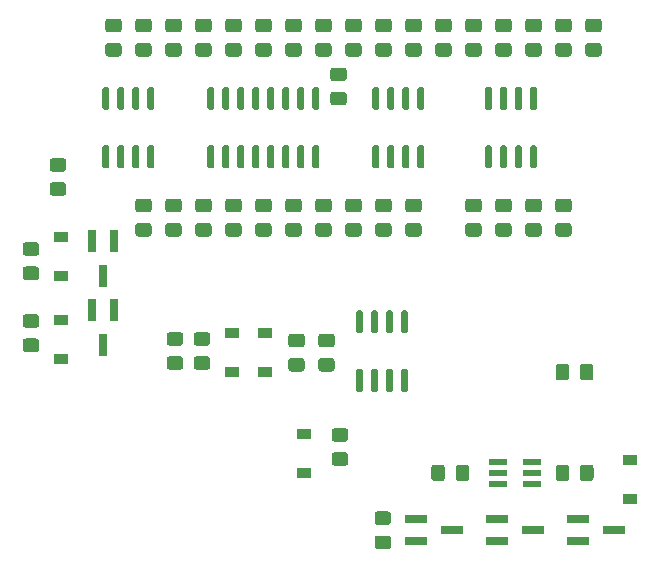
<source format=gbr>
G04 #@! TF.GenerationSoftware,KiCad,Pcbnew,5.1.6-c6e7f7d~87~ubuntu18.04.1*
G04 #@! TF.CreationDate,2020-08-19T11:53:39-04:00*
G04 #@! TF.ProjectId,four_pole_lpf,666f7572-5f70-46f6-9c65-5f6c70662e6b,rev?*
G04 #@! TF.SameCoordinates,Original*
G04 #@! TF.FileFunction,Paste,Top*
G04 #@! TF.FilePolarity,Positive*
%FSLAX46Y46*%
G04 Gerber Fmt 4.6, Leading zero omitted, Abs format (unit mm)*
G04 Created by KiCad (PCBNEW 5.1.6-c6e7f7d~87~ubuntu18.04.1) date 2020-08-19 11:53:39*
%MOMM*%
%LPD*%
G01*
G04 APERTURE LIST*
%ADD10R,1.200000X0.900000*%
%ADD11R,1.900000X0.800000*%
%ADD12R,1.500000X0.550000*%
%ADD13R,0.800000X1.900000*%
G04 APERTURE END LIST*
G36*
G01*
X138792800Y-99117999D02*
X138792800Y-100018001D01*
G75*
G02*
X138542801Y-100268000I-249999J0D01*
G01*
X137892799Y-100268000D01*
G75*
G02*
X137642800Y-100018001I0J249999D01*
G01*
X137642800Y-99117999D01*
G75*
G02*
X137892799Y-98868000I249999J0D01*
G01*
X138542801Y-98868000D01*
G75*
G02*
X138792800Y-99117999I0J-249999D01*
G01*
G37*
G36*
G01*
X140842800Y-99117999D02*
X140842800Y-100018001D01*
G75*
G02*
X140592801Y-100268000I-249999J0D01*
G01*
X139942799Y-100268000D01*
G75*
G02*
X139692800Y-100018001I0J249999D01*
G01*
X139692800Y-99117999D01*
G75*
G02*
X139942799Y-98868000I249999J0D01*
G01*
X140592801Y-98868000D01*
G75*
G02*
X140842800Y-99117999I0J-249999D01*
G01*
G37*
D10*
X113030000Y-96268000D03*
X113030000Y-99568000D03*
X110236000Y-99567000D03*
X110236000Y-96267000D03*
G36*
G01*
X135613000Y-80367000D02*
X135913000Y-80367000D01*
G75*
G02*
X136063000Y-80517000I0J-150000D01*
G01*
X136063000Y-82167000D01*
G75*
G02*
X135913000Y-82317000I-150000J0D01*
G01*
X135613000Y-82317000D01*
G75*
G02*
X135463000Y-82167000I0J150000D01*
G01*
X135463000Y-80517000D01*
G75*
G02*
X135613000Y-80367000I150000J0D01*
G01*
G37*
G36*
G01*
X134343000Y-80367000D02*
X134643000Y-80367000D01*
G75*
G02*
X134793000Y-80517000I0J-150000D01*
G01*
X134793000Y-82167000D01*
G75*
G02*
X134643000Y-82317000I-150000J0D01*
G01*
X134343000Y-82317000D01*
G75*
G02*
X134193000Y-82167000I0J150000D01*
G01*
X134193000Y-80517000D01*
G75*
G02*
X134343000Y-80367000I150000J0D01*
G01*
G37*
G36*
G01*
X133073000Y-80367000D02*
X133373000Y-80367000D01*
G75*
G02*
X133523000Y-80517000I0J-150000D01*
G01*
X133523000Y-82167000D01*
G75*
G02*
X133373000Y-82317000I-150000J0D01*
G01*
X133073000Y-82317000D01*
G75*
G02*
X132923000Y-82167000I0J150000D01*
G01*
X132923000Y-80517000D01*
G75*
G02*
X133073000Y-80367000I150000J0D01*
G01*
G37*
G36*
G01*
X131803000Y-80367000D02*
X132103000Y-80367000D01*
G75*
G02*
X132253000Y-80517000I0J-150000D01*
G01*
X132253000Y-82167000D01*
G75*
G02*
X132103000Y-82317000I-150000J0D01*
G01*
X131803000Y-82317000D01*
G75*
G02*
X131653000Y-82167000I0J150000D01*
G01*
X131653000Y-80517000D01*
G75*
G02*
X131803000Y-80367000I150000J0D01*
G01*
G37*
G36*
G01*
X131803000Y-75417000D02*
X132103000Y-75417000D01*
G75*
G02*
X132253000Y-75567000I0J-150000D01*
G01*
X132253000Y-77217000D01*
G75*
G02*
X132103000Y-77367000I-150000J0D01*
G01*
X131803000Y-77367000D01*
G75*
G02*
X131653000Y-77217000I0J150000D01*
G01*
X131653000Y-75567000D01*
G75*
G02*
X131803000Y-75417000I150000J0D01*
G01*
G37*
G36*
G01*
X133073000Y-75417000D02*
X133373000Y-75417000D01*
G75*
G02*
X133523000Y-75567000I0J-150000D01*
G01*
X133523000Y-77217000D01*
G75*
G02*
X133373000Y-77367000I-150000J0D01*
G01*
X133073000Y-77367000D01*
G75*
G02*
X132923000Y-77217000I0J150000D01*
G01*
X132923000Y-75567000D01*
G75*
G02*
X133073000Y-75417000I150000J0D01*
G01*
G37*
G36*
G01*
X134343000Y-75417000D02*
X134643000Y-75417000D01*
G75*
G02*
X134793000Y-75567000I0J-150000D01*
G01*
X134793000Y-77217000D01*
G75*
G02*
X134643000Y-77367000I-150000J0D01*
G01*
X134343000Y-77367000D01*
G75*
G02*
X134193000Y-77217000I0J150000D01*
G01*
X134193000Y-75567000D01*
G75*
G02*
X134343000Y-75417000I150000J0D01*
G01*
G37*
G36*
G01*
X135613000Y-75417000D02*
X135913000Y-75417000D01*
G75*
G02*
X136063000Y-75567000I0J-150000D01*
G01*
X136063000Y-77217000D01*
G75*
G02*
X135913000Y-77367000I-150000J0D01*
G01*
X135613000Y-77367000D01*
G75*
G02*
X135463000Y-77217000I0J150000D01*
G01*
X135463000Y-75567000D01*
G75*
G02*
X135613000Y-75417000I150000J0D01*
G01*
G37*
G36*
G01*
X124691000Y-99290000D02*
X124991000Y-99290000D01*
G75*
G02*
X125141000Y-99440000I0J-150000D01*
G01*
X125141000Y-101090000D01*
G75*
G02*
X124991000Y-101240000I-150000J0D01*
G01*
X124691000Y-101240000D01*
G75*
G02*
X124541000Y-101090000I0J150000D01*
G01*
X124541000Y-99440000D01*
G75*
G02*
X124691000Y-99290000I150000J0D01*
G01*
G37*
G36*
G01*
X123421000Y-99290000D02*
X123721000Y-99290000D01*
G75*
G02*
X123871000Y-99440000I0J-150000D01*
G01*
X123871000Y-101090000D01*
G75*
G02*
X123721000Y-101240000I-150000J0D01*
G01*
X123421000Y-101240000D01*
G75*
G02*
X123271000Y-101090000I0J150000D01*
G01*
X123271000Y-99440000D01*
G75*
G02*
X123421000Y-99290000I150000J0D01*
G01*
G37*
G36*
G01*
X122151000Y-99290000D02*
X122451000Y-99290000D01*
G75*
G02*
X122601000Y-99440000I0J-150000D01*
G01*
X122601000Y-101090000D01*
G75*
G02*
X122451000Y-101240000I-150000J0D01*
G01*
X122151000Y-101240000D01*
G75*
G02*
X122001000Y-101090000I0J150000D01*
G01*
X122001000Y-99440000D01*
G75*
G02*
X122151000Y-99290000I150000J0D01*
G01*
G37*
G36*
G01*
X120881000Y-99290000D02*
X121181000Y-99290000D01*
G75*
G02*
X121331000Y-99440000I0J-150000D01*
G01*
X121331000Y-101090000D01*
G75*
G02*
X121181000Y-101240000I-150000J0D01*
G01*
X120881000Y-101240000D01*
G75*
G02*
X120731000Y-101090000I0J150000D01*
G01*
X120731000Y-99440000D01*
G75*
G02*
X120881000Y-99290000I150000J0D01*
G01*
G37*
G36*
G01*
X120881000Y-94340000D02*
X121181000Y-94340000D01*
G75*
G02*
X121331000Y-94490000I0J-150000D01*
G01*
X121331000Y-96140000D01*
G75*
G02*
X121181000Y-96290000I-150000J0D01*
G01*
X120881000Y-96290000D01*
G75*
G02*
X120731000Y-96140000I0J150000D01*
G01*
X120731000Y-94490000D01*
G75*
G02*
X120881000Y-94340000I150000J0D01*
G01*
G37*
G36*
G01*
X122151000Y-94340000D02*
X122451000Y-94340000D01*
G75*
G02*
X122601000Y-94490000I0J-150000D01*
G01*
X122601000Y-96140000D01*
G75*
G02*
X122451000Y-96290000I-150000J0D01*
G01*
X122151000Y-96290000D01*
G75*
G02*
X122001000Y-96140000I0J150000D01*
G01*
X122001000Y-94490000D01*
G75*
G02*
X122151000Y-94340000I150000J0D01*
G01*
G37*
G36*
G01*
X123421000Y-94340000D02*
X123721000Y-94340000D01*
G75*
G02*
X123871000Y-94490000I0J-150000D01*
G01*
X123871000Y-96140000D01*
G75*
G02*
X123721000Y-96290000I-150000J0D01*
G01*
X123421000Y-96290000D01*
G75*
G02*
X123271000Y-96140000I0J150000D01*
G01*
X123271000Y-94490000D01*
G75*
G02*
X123421000Y-94340000I150000J0D01*
G01*
G37*
G36*
G01*
X124691000Y-94340000D02*
X124991000Y-94340000D01*
G75*
G02*
X125141000Y-94490000I0J-150000D01*
G01*
X125141000Y-96140000D01*
G75*
G02*
X124991000Y-96290000I-150000J0D01*
G01*
X124691000Y-96290000D01*
G75*
G02*
X124541000Y-96140000I0J150000D01*
G01*
X124541000Y-94490000D01*
G75*
G02*
X124691000Y-94340000I150000J0D01*
G01*
G37*
G36*
G01*
X126088000Y-80367000D02*
X126388000Y-80367000D01*
G75*
G02*
X126538000Y-80517000I0J-150000D01*
G01*
X126538000Y-82167000D01*
G75*
G02*
X126388000Y-82317000I-150000J0D01*
G01*
X126088000Y-82317000D01*
G75*
G02*
X125938000Y-82167000I0J150000D01*
G01*
X125938000Y-80517000D01*
G75*
G02*
X126088000Y-80367000I150000J0D01*
G01*
G37*
G36*
G01*
X124818000Y-80367000D02*
X125118000Y-80367000D01*
G75*
G02*
X125268000Y-80517000I0J-150000D01*
G01*
X125268000Y-82167000D01*
G75*
G02*
X125118000Y-82317000I-150000J0D01*
G01*
X124818000Y-82317000D01*
G75*
G02*
X124668000Y-82167000I0J150000D01*
G01*
X124668000Y-80517000D01*
G75*
G02*
X124818000Y-80367000I150000J0D01*
G01*
G37*
G36*
G01*
X123548000Y-80367000D02*
X123848000Y-80367000D01*
G75*
G02*
X123998000Y-80517000I0J-150000D01*
G01*
X123998000Y-82167000D01*
G75*
G02*
X123848000Y-82317000I-150000J0D01*
G01*
X123548000Y-82317000D01*
G75*
G02*
X123398000Y-82167000I0J150000D01*
G01*
X123398000Y-80517000D01*
G75*
G02*
X123548000Y-80367000I150000J0D01*
G01*
G37*
G36*
G01*
X122278000Y-80367000D02*
X122578000Y-80367000D01*
G75*
G02*
X122728000Y-80517000I0J-150000D01*
G01*
X122728000Y-82167000D01*
G75*
G02*
X122578000Y-82317000I-150000J0D01*
G01*
X122278000Y-82317000D01*
G75*
G02*
X122128000Y-82167000I0J150000D01*
G01*
X122128000Y-80517000D01*
G75*
G02*
X122278000Y-80367000I150000J0D01*
G01*
G37*
G36*
G01*
X122278000Y-75417000D02*
X122578000Y-75417000D01*
G75*
G02*
X122728000Y-75567000I0J-150000D01*
G01*
X122728000Y-77217000D01*
G75*
G02*
X122578000Y-77367000I-150000J0D01*
G01*
X122278000Y-77367000D01*
G75*
G02*
X122128000Y-77217000I0J150000D01*
G01*
X122128000Y-75567000D01*
G75*
G02*
X122278000Y-75417000I150000J0D01*
G01*
G37*
G36*
G01*
X123548000Y-75417000D02*
X123848000Y-75417000D01*
G75*
G02*
X123998000Y-75567000I0J-150000D01*
G01*
X123998000Y-77217000D01*
G75*
G02*
X123848000Y-77367000I-150000J0D01*
G01*
X123548000Y-77367000D01*
G75*
G02*
X123398000Y-77217000I0J150000D01*
G01*
X123398000Y-75567000D01*
G75*
G02*
X123548000Y-75417000I150000J0D01*
G01*
G37*
G36*
G01*
X124818000Y-75417000D02*
X125118000Y-75417000D01*
G75*
G02*
X125268000Y-75567000I0J-150000D01*
G01*
X125268000Y-77217000D01*
G75*
G02*
X125118000Y-77367000I-150000J0D01*
G01*
X124818000Y-77367000D01*
G75*
G02*
X124668000Y-77217000I0J150000D01*
G01*
X124668000Y-75567000D01*
G75*
G02*
X124818000Y-75417000I150000J0D01*
G01*
G37*
G36*
G01*
X126088000Y-75417000D02*
X126388000Y-75417000D01*
G75*
G02*
X126538000Y-75567000I0J-150000D01*
G01*
X126538000Y-77217000D01*
G75*
G02*
X126388000Y-77367000I-150000J0D01*
G01*
X126088000Y-77367000D01*
G75*
G02*
X125938000Y-77217000I0J150000D01*
G01*
X125938000Y-75567000D01*
G75*
G02*
X126088000Y-75417000I150000J0D01*
G01*
G37*
G36*
G01*
X103228000Y-80367000D02*
X103528000Y-80367000D01*
G75*
G02*
X103678000Y-80517000I0J-150000D01*
G01*
X103678000Y-82167000D01*
G75*
G02*
X103528000Y-82317000I-150000J0D01*
G01*
X103228000Y-82317000D01*
G75*
G02*
X103078000Y-82167000I0J150000D01*
G01*
X103078000Y-80517000D01*
G75*
G02*
X103228000Y-80367000I150000J0D01*
G01*
G37*
G36*
G01*
X101958000Y-80367000D02*
X102258000Y-80367000D01*
G75*
G02*
X102408000Y-80517000I0J-150000D01*
G01*
X102408000Y-82167000D01*
G75*
G02*
X102258000Y-82317000I-150000J0D01*
G01*
X101958000Y-82317000D01*
G75*
G02*
X101808000Y-82167000I0J150000D01*
G01*
X101808000Y-80517000D01*
G75*
G02*
X101958000Y-80367000I150000J0D01*
G01*
G37*
G36*
G01*
X100688000Y-80367000D02*
X100988000Y-80367000D01*
G75*
G02*
X101138000Y-80517000I0J-150000D01*
G01*
X101138000Y-82167000D01*
G75*
G02*
X100988000Y-82317000I-150000J0D01*
G01*
X100688000Y-82317000D01*
G75*
G02*
X100538000Y-82167000I0J150000D01*
G01*
X100538000Y-80517000D01*
G75*
G02*
X100688000Y-80367000I150000J0D01*
G01*
G37*
G36*
G01*
X99418000Y-80367000D02*
X99718000Y-80367000D01*
G75*
G02*
X99868000Y-80517000I0J-150000D01*
G01*
X99868000Y-82167000D01*
G75*
G02*
X99718000Y-82317000I-150000J0D01*
G01*
X99418000Y-82317000D01*
G75*
G02*
X99268000Y-82167000I0J150000D01*
G01*
X99268000Y-80517000D01*
G75*
G02*
X99418000Y-80367000I150000J0D01*
G01*
G37*
G36*
G01*
X99418000Y-75417000D02*
X99718000Y-75417000D01*
G75*
G02*
X99868000Y-75567000I0J-150000D01*
G01*
X99868000Y-77217000D01*
G75*
G02*
X99718000Y-77367000I-150000J0D01*
G01*
X99418000Y-77367000D01*
G75*
G02*
X99268000Y-77217000I0J150000D01*
G01*
X99268000Y-75567000D01*
G75*
G02*
X99418000Y-75417000I150000J0D01*
G01*
G37*
G36*
G01*
X100688000Y-75417000D02*
X100988000Y-75417000D01*
G75*
G02*
X101138000Y-75567000I0J-150000D01*
G01*
X101138000Y-77217000D01*
G75*
G02*
X100988000Y-77367000I-150000J0D01*
G01*
X100688000Y-77367000D01*
G75*
G02*
X100538000Y-77217000I0J150000D01*
G01*
X100538000Y-75567000D01*
G75*
G02*
X100688000Y-75417000I150000J0D01*
G01*
G37*
G36*
G01*
X101958000Y-75417000D02*
X102258000Y-75417000D01*
G75*
G02*
X102408000Y-75567000I0J-150000D01*
G01*
X102408000Y-77217000D01*
G75*
G02*
X102258000Y-77367000I-150000J0D01*
G01*
X101958000Y-77367000D01*
G75*
G02*
X101808000Y-77217000I0J150000D01*
G01*
X101808000Y-75567000D01*
G75*
G02*
X101958000Y-75417000I150000J0D01*
G01*
G37*
G36*
G01*
X103228000Y-75417000D02*
X103528000Y-75417000D01*
G75*
G02*
X103678000Y-75567000I0J-150000D01*
G01*
X103678000Y-77217000D01*
G75*
G02*
X103528000Y-77367000I-150000J0D01*
G01*
X103228000Y-77367000D01*
G75*
G02*
X103078000Y-77217000I0J150000D01*
G01*
X103078000Y-75567000D01*
G75*
G02*
X103228000Y-75417000I150000J0D01*
G01*
G37*
G36*
G01*
X117198000Y-80367000D02*
X117498000Y-80367000D01*
G75*
G02*
X117648000Y-80517000I0J-150000D01*
G01*
X117648000Y-82167000D01*
G75*
G02*
X117498000Y-82317000I-150000J0D01*
G01*
X117198000Y-82317000D01*
G75*
G02*
X117048000Y-82167000I0J150000D01*
G01*
X117048000Y-80517000D01*
G75*
G02*
X117198000Y-80367000I150000J0D01*
G01*
G37*
G36*
G01*
X115928000Y-80367000D02*
X116228000Y-80367000D01*
G75*
G02*
X116378000Y-80517000I0J-150000D01*
G01*
X116378000Y-82167000D01*
G75*
G02*
X116228000Y-82317000I-150000J0D01*
G01*
X115928000Y-82317000D01*
G75*
G02*
X115778000Y-82167000I0J150000D01*
G01*
X115778000Y-80517000D01*
G75*
G02*
X115928000Y-80367000I150000J0D01*
G01*
G37*
G36*
G01*
X114658000Y-80367000D02*
X114958000Y-80367000D01*
G75*
G02*
X115108000Y-80517000I0J-150000D01*
G01*
X115108000Y-82167000D01*
G75*
G02*
X114958000Y-82317000I-150000J0D01*
G01*
X114658000Y-82317000D01*
G75*
G02*
X114508000Y-82167000I0J150000D01*
G01*
X114508000Y-80517000D01*
G75*
G02*
X114658000Y-80367000I150000J0D01*
G01*
G37*
G36*
G01*
X113388000Y-80367000D02*
X113688000Y-80367000D01*
G75*
G02*
X113838000Y-80517000I0J-150000D01*
G01*
X113838000Y-82167000D01*
G75*
G02*
X113688000Y-82317000I-150000J0D01*
G01*
X113388000Y-82317000D01*
G75*
G02*
X113238000Y-82167000I0J150000D01*
G01*
X113238000Y-80517000D01*
G75*
G02*
X113388000Y-80367000I150000J0D01*
G01*
G37*
G36*
G01*
X112118000Y-80367000D02*
X112418000Y-80367000D01*
G75*
G02*
X112568000Y-80517000I0J-150000D01*
G01*
X112568000Y-82167000D01*
G75*
G02*
X112418000Y-82317000I-150000J0D01*
G01*
X112118000Y-82317000D01*
G75*
G02*
X111968000Y-82167000I0J150000D01*
G01*
X111968000Y-80517000D01*
G75*
G02*
X112118000Y-80367000I150000J0D01*
G01*
G37*
G36*
G01*
X110848000Y-80367000D02*
X111148000Y-80367000D01*
G75*
G02*
X111298000Y-80517000I0J-150000D01*
G01*
X111298000Y-82167000D01*
G75*
G02*
X111148000Y-82317000I-150000J0D01*
G01*
X110848000Y-82317000D01*
G75*
G02*
X110698000Y-82167000I0J150000D01*
G01*
X110698000Y-80517000D01*
G75*
G02*
X110848000Y-80367000I150000J0D01*
G01*
G37*
G36*
G01*
X109578000Y-80367000D02*
X109878000Y-80367000D01*
G75*
G02*
X110028000Y-80517000I0J-150000D01*
G01*
X110028000Y-82167000D01*
G75*
G02*
X109878000Y-82317000I-150000J0D01*
G01*
X109578000Y-82317000D01*
G75*
G02*
X109428000Y-82167000I0J150000D01*
G01*
X109428000Y-80517000D01*
G75*
G02*
X109578000Y-80367000I150000J0D01*
G01*
G37*
G36*
G01*
X108308000Y-80367000D02*
X108608000Y-80367000D01*
G75*
G02*
X108758000Y-80517000I0J-150000D01*
G01*
X108758000Y-82167000D01*
G75*
G02*
X108608000Y-82317000I-150000J0D01*
G01*
X108308000Y-82317000D01*
G75*
G02*
X108158000Y-82167000I0J150000D01*
G01*
X108158000Y-80517000D01*
G75*
G02*
X108308000Y-80367000I150000J0D01*
G01*
G37*
G36*
G01*
X108308000Y-75417000D02*
X108608000Y-75417000D01*
G75*
G02*
X108758000Y-75567000I0J-150000D01*
G01*
X108758000Y-77217000D01*
G75*
G02*
X108608000Y-77367000I-150000J0D01*
G01*
X108308000Y-77367000D01*
G75*
G02*
X108158000Y-77217000I0J150000D01*
G01*
X108158000Y-75567000D01*
G75*
G02*
X108308000Y-75417000I150000J0D01*
G01*
G37*
G36*
G01*
X109578000Y-75417000D02*
X109878000Y-75417000D01*
G75*
G02*
X110028000Y-75567000I0J-150000D01*
G01*
X110028000Y-77217000D01*
G75*
G02*
X109878000Y-77367000I-150000J0D01*
G01*
X109578000Y-77367000D01*
G75*
G02*
X109428000Y-77217000I0J150000D01*
G01*
X109428000Y-75567000D01*
G75*
G02*
X109578000Y-75417000I150000J0D01*
G01*
G37*
G36*
G01*
X110848000Y-75417000D02*
X111148000Y-75417000D01*
G75*
G02*
X111298000Y-75567000I0J-150000D01*
G01*
X111298000Y-77217000D01*
G75*
G02*
X111148000Y-77367000I-150000J0D01*
G01*
X110848000Y-77367000D01*
G75*
G02*
X110698000Y-77217000I0J150000D01*
G01*
X110698000Y-75567000D01*
G75*
G02*
X110848000Y-75417000I150000J0D01*
G01*
G37*
G36*
G01*
X112118000Y-75417000D02*
X112418000Y-75417000D01*
G75*
G02*
X112568000Y-75567000I0J-150000D01*
G01*
X112568000Y-77217000D01*
G75*
G02*
X112418000Y-77367000I-150000J0D01*
G01*
X112118000Y-77367000D01*
G75*
G02*
X111968000Y-77217000I0J150000D01*
G01*
X111968000Y-75567000D01*
G75*
G02*
X112118000Y-75417000I150000J0D01*
G01*
G37*
G36*
G01*
X113388000Y-75417000D02*
X113688000Y-75417000D01*
G75*
G02*
X113838000Y-75567000I0J-150000D01*
G01*
X113838000Y-77217000D01*
G75*
G02*
X113688000Y-77367000I-150000J0D01*
G01*
X113388000Y-77367000D01*
G75*
G02*
X113238000Y-77217000I0J150000D01*
G01*
X113238000Y-75567000D01*
G75*
G02*
X113388000Y-75417000I150000J0D01*
G01*
G37*
G36*
G01*
X114658000Y-75417000D02*
X114958000Y-75417000D01*
G75*
G02*
X115108000Y-75567000I0J-150000D01*
G01*
X115108000Y-77217000D01*
G75*
G02*
X114958000Y-77367000I-150000J0D01*
G01*
X114658000Y-77367000D01*
G75*
G02*
X114508000Y-77217000I0J150000D01*
G01*
X114508000Y-75567000D01*
G75*
G02*
X114658000Y-75417000I150000J0D01*
G01*
G37*
G36*
G01*
X115928000Y-75417000D02*
X116228000Y-75417000D01*
G75*
G02*
X116378000Y-75567000I0J-150000D01*
G01*
X116378000Y-77217000D01*
G75*
G02*
X116228000Y-77367000I-150000J0D01*
G01*
X115928000Y-77367000D01*
G75*
G02*
X115778000Y-77217000I0J150000D01*
G01*
X115778000Y-75567000D01*
G75*
G02*
X115928000Y-75417000I150000J0D01*
G01*
G37*
G36*
G01*
X117198000Y-75417000D02*
X117498000Y-75417000D01*
G75*
G02*
X117648000Y-75567000I0J-150000D01*
G01*
X117648000Y-77217000D01*
G75*
G02*
X117498000Y-77367000I-150000J0D01*
G01*
X117198000Y-77367000D01*
G75*
G02*
X117048000Y-77217000I0J150000D01*
G01*
X117048000Y-75567000D01*
G75*
G02*
X117198000Y-75417000I150000J0D01*
G01*
G37*
G36*
G01*
X135312999Y-71697000D02*
X136213001Y-71697000D01*
G75*
G02*
X136463000Y-71946999I0J-249999D01*
G01*
X136463000Y-72597001D01*
G75*
G02*
X136213001Y-72847000I-249999J0D01*
G01*
X135312999Y-72847000D01*
G75*
G02*
X135063000Y-72597001I0J249999D01*
G01*
X135063000Y-71946999D01*
G75*
G02*
X135312999Y-71697000I249999J0D01*
G01*
G37*
G36*
G01*
X135312999Y-69647000D02*
X136213001Y-69647000D01*
G75*
G02*
X136463000Y-69896999I0J-249999D01*
G01*
X136463000Y-70547001D01*
G75*
G02*
X136213001Y-70797000I-249999J0D01*
G01*
X135312999Y-70797000D01*
G75*
G02*
X135063000Y-70547001I0J249999D01*
G01*
X135063000Y-69896999D01*
G75*
G02*
X135312999Y-69647000I249999J0D01*
G01*
G37*
G36*
G01*
X133673001Y-70797000D02*
X132772999Y-70797000D01*
G75*
G02*
X132523000Y-70547001I0J249999D01*
G01*
X132523000Y-69896999D01*
G75*
G02*
X132772999Y-69647000I249999J0D01*
G01*
X133673001Y-69647000D01*
G75*
G02*
X133923000Y-69896999I0J-249999D01*
G01*
X133923000Y-70547001D01*
G75*
G02*
X133673001Y-70797000I-249999J0D01*
G01*
G37*
G36*
G01*
X133673001Y-72847000D02*
X132772999Y-72847000D01*
G75*
G02*
X132523000Y-72597001I0J249999D01*
G01*
X132523000Y-71946999D01*
G75*
G02*
X132772999Y-71697000I249999J0D01*
G01*
X133673001Y-71697000D01*
G75*
G02*
X133923000Y-71946999I0J-249999D01*
G01*
X133923000Y-72597001D01*
G75*
G02*
X133673001Y-72847000I-249999J0D01*
G01*
G37*
G36*
G01*
X131133001Y-70797000D02*
X130232999Y-70797000D01*
G75*
G02*
X129983000Y-70547001I0J249999D01*
G01*
X129983000Y-69896999D01*
G75*
G02*
X130232999Y-69647000I249999J0D01*
G01*
X131133001Y-69647000D01*
G75*
G02*
X131383000Y-69896999I0J-249999D01*
G01*
X131383000Y-70547001D01*
G75*
G02*
X131133001Y-70797000I-249999J0D01*
G01*
G37*
G36*
G01*
X131133001Y-72847000D02*
X130232999Y-72847000D01*
G75*
G02*
X129983000Y-72597001I0J249999D01*
G01*
X129983000Y-71946999D01*
G75*
G02*
X130232999Y-71697000I249999J0D01*
G01*
X131133001Y-71697000D01*
G75*
G02*
X131383000Y-71946999I0J-249999D01*
G01*
X131383000Y-72597001D01*
G75*
G02*
X131133001Y-72847000I-249999J0D01*
G01*
G37*
G36*
G01*
X128593001Y-70797000D02*
X127692999Y-70797000D01*
G75*
G02*
X127443000Y-70547001I0J249999D01*
G01*
X127443000Y-69896999D01*
G75*
G02*
X127692999Y-69647000I249999J0D01*
G01*
X128593001Y-69647000D01*
G75*
G02*
X128843000Y-69896999I0J-249999D01*
G01*
X128843000Y-70547001D01*
G75*
G02*
X128593001Y-70797000I-249999J0D01*
G01*
G37*
G36*
G01*
X128593001Y-72847000D02*
X127692999Y-72847000D01*
G75*
G02*
X127443000Y-72597001I0J249999D01*
G01*
X127443000Y-71946999D01*
G75*
G02*
X127692999Y-71697000I249999J0D01*
G01*
X128593001Y-71697000D01*
G75*
G02*
X128843000Y-71946999I0J-249999D01*
G01*
X128843000Y-72597001D01*
G75*
G02*
X128593001Y-72847000I-249999J0D01*
G01*
G37*
G36*
G01*
X119830001Y-105459000D02*
X118929999Y-105459000D01*
G75*
G02*
X118680000Y-105209001I0J249999D01*
G01*
X118680000Y-104558999D01*
G75*
G02*
X118929999Y-104309000I249999J0D01*
G01*
X119830001Y-104309000D01*
G75*
G02*
X120080000Y-104558999I0J-249999D01*
G01*
X120080000Y-105209001D01*
G75*
G02*
X119830001Y-105459000I-249999J0D01*
G01*
G37*
G36*
G01*
X119830001Y-107509000D02*
X118929999Y-107509000D01*
G75*
G02*
X118680000Y-107259001I0J249999D01*
G01*
X118680000Y-106608999D01*
G75*
G02*
X118929999Y-106359000I249999J0D01*
G01*
X119830001Y-106359000D01*
G75*
G02*
X120080000Y-106608999I0J-249999D01*
G01*
X120080000Y-107259001D01*
G75*
G02*
X119830001Y-107509000I-249999J0D01*
G01*
G37*
G36*
G01*
X137852999Y-71697000D02*
X138753001Y-71697000D01*
G75*
G02*
X139003000Y-71946999I0J-249999D01*
G01*
X139003000Y-72597001D01*
G75*
G02*
X138753001Y-72847000I-249999J0D01*
G01*
X137852999Y-72847000D01*
G75*
G02*
X137603000Y-72597001I0J249999D01*
G01*
X137603000Y-71946999D01*
G75*
G02*
X137852999Y-71697000I249999J0D01*
G01*
G37*
G36*
G01*
X137852999Y-69647000D02*
X138753001Y-69647000D01*
G75*
G02*
X139003000Y-69896999I0J-249999D01*
G01*
X139003000Y-70547001D01*
G75*
G02*
X138753001Y-70797000I-249999J0D01*
G01*
X137852999Y-70797000D01*
G75*
G02*
X137603000Y-70547001I0J249999D01*
G01*
X137603000Y-69896999D01*
G75*
G02*
X137852999Y-69647000I249999J0D01*
G01*
G37*
G36*
G01*
X140392999Y-71697000D02*
X141293001Y-71697000D01*
G75*
G02*
X141543000Y-71946999I0J-249999D01*
G01*
X141543000Y-72597001D01*
G75*
G02*
X141293001Y-72847000I-249999J0D01*
G01*
X140392999Y-72847000D01*
G75*
G02*
X140143000Y-72597001I0J249999D01*
G01*
X140143000Y-71946999D01*
G75*
G02*
X140392999Y-71697000I249999J0D01*
G01*
G37*
G36*
G01*
X140392999Y-69647000D02*
X141293001Y-69647000D01*
G75*
G02*
X141543000Y-69896999I0J-249999D01*
G01*
X141543000Y-70547001D01*
G75*
G02*
X141293001Y-70797000I-249999J0D01*
G01*
X140392999Y-70797000D01*
G75*
G02*
X140143000Y-70547001I0J249999D01*
G01*
X140143000Y-69896999D01*
G75*
G02*
X140392999Y-69647000I249999J0D01*
G01*
G37*
G36*
G01*
X123462201Y-112503800D02*
X122562199Y-112503800D01*
G75*
G02*
X122312200Y-112253801I0J249999D01*
G01*
X122312200Y-111603799D01*
G75*
G02*
X122562199Y-111353800I249999J0D01*
G01*
X123462201Y-111353800D01*
G75*
G02*
X123712200Y-111603799I0J-249999D01*
G01*
X123712200Y-112253801D01*
G75*
G02*
X123462201Y-112503800I-249999J0D01*
G01*
G37*
G36*
G01*
X123462201Y-114553800D02*
X122562199Y-114553800D01*
G75*
G02*
X122312200Y-114303801I0J249999D01*
G01*
X122312200Y-113653799D01*
G75*
G02*
X122562199Y-113403800I249999J0D01*
G01*
X123462201Y-113403800D01*
G75*
G02*
X123712200Y-113653799I0J-249999D01*
G01*
X123712200Y-114303801D01*
G75*
G02*
X123462201Y-114553800I-249999J0D01*
G01*
G37*
G36*
G01*
X138801800Y-107652399D02*
X138801800Y-108552401D01*
G75*
G02*
X138551801Y-108802400I-249999J0D01*
G01*
X137901799Y-108802400D01*
G75*
G02*
X137651800Y-108552401I0J249999D01*
G01*
X137651800Y-107652399D01*
G75*
G02*
X137901799Y-107402400I249999J0D01*
G01*
X138551801Y-107402400D01*
G75*
G02*
X138801800Y-107652399I0J-249999D01*
G01*
G37*
G36*
G01*
X140851800Y-107652399D02*
X140851800Y-108552401D01*
G75*
G02*
X140601801Y-108802400I-249999J0D01*
G01*
X139951799Y-108802400D01*
G75*
G02*
X139701800Y-108552401I0J249999D01*
G01*
X139701800Y-107652399D01*
G75*
G02*
X139951799Y-107402400I249999J0D01*
G01*
X140601801Y-107402400D01*
G75*
G02*
X140851800Y-107652399I0J-249999D01*
G01*
G37*
G36*
G01*
X135312999Y-86937000D02*
X136213001Y-86937000D01*
G75*
G02*
X136463000Y-87186999I0J-249999D01*
G01*
X136463000Y-87837001D01*
G75*
G02*
X136213001Y-88087000I-249999J0D01*
G01*
X135312999Y-88087000D01*
G75*
G02*
X135063000Y-87837001I0J249999D01*
G01*
X135063000Y-87186999D01*
G75*
G02*
X135312999Y-86937000I249999J0D01*
G01*
G37*
G36*
G01*
X135312999Y-84887000D02*
X136213001Y-84887000D01*
G75*
G02*
X136463000Y-85136999I0J-249999D01*
G01*
X136463000Y-85787001D01*
G75*
G02*
X136213001Y-86037000I-249999J0D01*
G01*
X135312999Y-86037000D01*
G75*
G02*
X135063000Y-85787001I0J249999D01*
G01*
X135063000Y-85136999D01*
G75*
G02*
X135312999Y-84887000I249999J0D01*
G01*
G37*
G36*
G01*
X132772999Y-86937000D02*
X133673001Y-86937000D01*
G75*
G02*
X133923000Y-87186999I0J-249999D01*
G01*
X133923000Y-87837001D01*
G75*
G02*
X133673001Y-88087000I-249999J0D01*
G01*
X132772999Y-88087000D01*
G75*
G02*
X132523000Y-87837001I0J249999D01*
G01*
X132523000Y-87186999D01*
G75*
G02*
X132772999Y-86937000I249999J0D01*
G01*
G37*
G36*
G01*
X132772999Y-84887000D02*
X133673001Y-84887000D01*
G75*
G02*
X133923000Y-85136999I0J-249999D01*
G01*
X133923000Y-85787001D01*
G75*
G02*
X133673001Y-86037000I-249999J0D01*
G01*
X132772999Y-86037000D01*
G75*
G02*
X132523000Y-85787001I0J249999D01*
G01*
X132523000Y-85136999D01*
G75*
G02*
X132772999Y-84887000I249999J0D01*
G01*
G37*
G36*
G01*
X129168200Y-108552401D02*
X129168200Y-107652399D01*
G75*
G02*
X129418199Y-107402400I249999J0D01*
G01*
X130068201Y-107402400D01*
G75*
G02*
X130318200Y-107652399I0J-249999D01*
G01*
X130318200Y-108552401D01*
G75*
G02*
X130068201Y-108802400I-249999J0D01*
G01*
X129418199Y-108802400D01*
G75*
G02*
X129168200Y-108552401I0J249999D01*
G01*
G37*
G36*
G01*
X127118200Y-108552401D02*
X127118200Y-107652399D01*
G75*
G02*
X127368199Y-107402400I249999J0D01*
G01*
X128018201Y-107402400D01*
G75*
G02*
X128268200Y-107652399I0J-249999D01*
G01*
X128268200Y-108552401D01*
G75*
G02*
X128018201Y-108802400I-249999J0D01*
G01*
X127368199Y-108802400D01*
G75*
G02*
X127118200Y-108552401I0J249999D01*
G01*
G37*
G36*
G01*
X131133001Y-86037000D02*
X130232999Y-86037000D01*
G75*
G02*
X129983000Y-85787001I0J249999D01*
G01*
X129983000Y-85136999D01*
G75*
G02*
X130232999Y-84887000I249999J0D01*
G01*
X131133001Y-84887000D01*
G75*
G02*
X131383000Y-85136999I0J-249999D01*
G01*
X131383000Y-85787001D01*
G75*
G02*
X131133001Y-86037000I-249999J0D01*
G01*
G37*
G36*
G01*
X131133001Y-88087000D02*
X130232999Y-88087000D01*
G75*
G02*
X129983000Y-87837001I0J249999D01*
G01*
X129983000Y-87186999D01*
G75*
G02*
X130232999Y-86937000I249999J0D01*
G01*
X131133001Y-86937000D01*
G75*
G02*
X131383000Y-87186999I0J-249999D01*
G01*
X131383000Y-87837001D01*
G75*
G02*
X131133001Y-88087000I-249999J0D01*
G01*
G37*
G36*
G01*
X137852999Y-86937000D02*
X138753001Y-86937000D01*
G75*
G02*
X139003000Y-87186999I0J-249999D01*
G01*
X139003000Y-87837001D01*
G75*
G02*
X138753001Y-88087000I-249999J0D01*
G01*
X137852999Y-88087000D01*
G75*
G02*
X137603000Y-87837001I0J249999D01*
G01*
X137603000Y-87186999D01*
G75*
G02*
X137852999Y-86937000I249999J0D01*
G01*
G37*
G36*
G01*
X137852999Y-84887000D02*
X138753001Y-84887000D01*
G75*
G02*
X139003000Y-85136999I0J-249999D01*
G01*
X139003000Y-85787001D01*
G75*
G02*
X138753001Y-86037000I-249999J0D01*
G01*
X137852999Y-86037000D01*
G75*
G02*
X137603000Y-85787001I0J249999D01*
G01*
X137603000Y-85136999D01*
G75*
G02*
X137852999Y-84887000I249999J0D01*
G01*
G37*
G36*
G01*
X119703001Y-74933500D02*
X118802999Y-74933500D01*
G75*
G02*
X118553000Y-74683501I0J249999D01*
G01*
X118553000Y-74033499D01*
G75*
G02*
X118802999Y-73783500I249999J0D01*
G01*
X119703001Y-73783500D01*
G75*
G02*
X119953000Y-74033499I0J-249999D01*
G01*
X119953000Y-74683501D01*
G75*
G02*
X119703001Y-74933500I-249999J0D01*
G01*
G37*
G36*
G01*
X119703001Y-76983500D02*
X118802999Y-76983500D01*
G75*
G02*
X118553000Y-76733501I0J249999D01*
G01*
X118553000Y-76083499D01*
G75*
G02*
X118802999Y-75833500I249999J0D01*
G01*
X119703001Y-75833500D01*
G75*
G02*
X119953000Y-76083499I0J-249999D01*
G01*
X119953000Y-76733501D01*
G75*
G02*
X119703001Y-76983500I-249999J0D01*
G01*
G37*
G36*
G01*
X118687001Y-97467000D02*
X117786999Y-97467000D01*
G75*
G02*
X117537000Y-97217001I0J249999D01*
G01*
X117537000Y-96566999D01*
G75*
G02*
X117786999Y-96317000I249999J0D01*
G01*
X118687001Y-96317000D01*
G75*
G02*
X118937000Y-96566999I0J-249999D01*
G01*
X118937000Y-97217001D01*
G75*
G02*
X118687001Y-97467000I-249999J0D01*
G01*
G37*
G36*
G01*
X118687001Y-99517000D02*
X117786999Y-99517000D01*
G75*
G02*
X117537000Y-99267001I0J249999D01*
G01*
X117537000Y-98616999D01*
G75*
G02*
X117786999Y-98367000I249999J0D01*
G01*
X118687001Y-98367000D01*
G75*
G02*
X118937000Y-98616999I0J-249999D01*
G01*
X118937000Y-99267001D01*
G75*
G02*
X118687001Y-99517000I-249999J0D01*
G01*
G37*
G36*
G01*
X107245999Y-98231000D02*
X108146001Y-98231000D01*
G75*
G02*
X108396000Y-98480999I0J-249999D01*
G01*
X108396000Y-99131001D01*
G75*
G02*
X108146001Y-99381000I-249999J0D01*
G01*
X107245999Y-99381000D01*
G75*
G02*
X106996000Y-99131001I0J249999D01*
G01*
X106996000Y-98480999D01*
G75*
G02*
X107245999Y-98231000I249999J0D01*
G01*
G37*
G36*
G01*
X107245999Y-96181000D02*
X108146001Y-96181000D01*
G75*
G02*
X108396000Y-96430999I0J-249999D01*
G01*
X108396000Y-97081001D01*
G75*
G02*
X108146001Y-97331000I-249999J0D01*
G01*
X107245999Y-97331000D01*
G75*
G02*
X106996000Y-97081001I0J249999D01*
G01*
X106996000Y-96430999D01*
G75*
G02*
X107245999Y-96181000I249999J0D01*
G01*
G37*
G36*
G01*
X104959999Y-98231000D02*
X105860001Y-98231000D01*
G75*
G02*
X106110000Y-98480999I0J-249999D01*
G01*
X106110000Y-99131001D01*
G75*
G02*
X105860001Y-99381000I-249999J0D01*
G01*
X104959999Y-99381000D01*
G75*
G02*
X104710000Y-99131001I0J249999D01*
G01*
X104710000Y-98480999D01*
G75*
G02*
X104959999Y-98231000I249999J0D01*
G01*
G37*
G36*
G01*
X104959999Y-96181000D02*
X105860001Y-96181000D01*
G75*
G02*
X106110000Y-96430999I0J-249999D01*
G01*
X106110000Y-97081001D01*
G75*
G02*
X105860001Y-97331000I-249999J0D01*
G01*
X104959999Y-97331000D01*
G75*
G02*
X104710000Y-97081001I0J249999D01*
G01*
X104710000Y-96430999D01*
G75*
G02*
X104959999Y-96181000I249999J0D01*
G01*
G37*
G36*
G01*
X105733001Y-86037000D02*
X104832999Y-86037000D01*
G75*
G02*
X104583000Y-85787001I0J249999D01*
G01*
X104583000Y-85136999D01*
G75*
G02*
X104832999Y-84887000I249999J0D01*
G01*
X105733001Y-84887000D01*
G75*
G02*
X105983000Y-85136999I0J-249999D01*
G01*
X105983000Y-85787001D01*
G75*
G02*
X105733001Y-86037000I-249999J0D01*
G01*
G37*
G36*
G01*
X105733001Y-88087000D02*
X104832999Y-88087000D01*
G75*
G02*
X104583000Y-87837001I0J249999D01*
G01*
X104583000Y-87186999D01*
G75*
G02*
X104832999Y-86937000I249999J0D01*
G01*
X105733001Y-86937000D01*
G75*
G02*
X105983000Y-87186999I0J-249999D01*
G01*
X105983000Y-87837001D01*
G75*
G02*
X105733001Y-88087000I-249999J0D01*
G01*
G37*
G36*
G01*
X110813001Y-86037000D02*
X109912999Y-86037000D01*
G75*
G02*
X109663000Y-85787001I0J249999D01*
G01*
X109663000Y-85136999D01*
G75*
G02*
X109912999Y-84887000I249999J0D01*
G01*
X110813001Y-84887000D01*
G75*
G02*
X111063000Y-85136999I0J-249999D01*
G01*
X111063000Y-85787001D01*
G75*
G02*
X110813001Y-86037000I-249999J0D01*
G01*
G37*
G36*
G01*
X110813001Y-88087000D02*
X109912999Y-88087000D01*
G75*
G02*
X109663000Y-87837001I0J249999D01*
G01*
X109663000Y-87186999D01*
G75*
G02*
X109912999Y-86937000I249999J0D01*
G01*
X110813001Y-86937000D01*
G75*
G02*
X111063000Y-87186999I0J-249999D01*
G01*
X111063000Y-87837001D01*
G75*
G02*
X110813001Y-88087000I-249999J0D01*
G01*
G37*
G36*
G01*
X107372999Y-86937000D02*
X108273001Y-86937000D01*
G75*
G02*
X108523000Y-87186999I0J-249999D01*
G01*
X108523000Y-87837001D01*
G75*
G02*
X108273001Y-88087000I-249999J0D01*
G01*
X107372999Y-88087000D01*
G75*
G02*
X107123000Y-87837001I0J249999D01*
G01*
X107123000Y-87186999D01*
G75*
G02*
X107372999Y-86937000I249999J0D01*
G01*
G37*
G36*
G01*
X107372999Y-84887000D02*
X108273001Y-84887000D01*
G75*
G02*
X108523000Y-85136999I0J-249999D01*
G01*
X108523000Y-85787001D01*
G75*
G02*
X108273001Y-86037000I-249999J0D01*
G01*
X107372999Y-86037000D01*
G75*
G02*
X107123000Y-85787001I0J249999D01*
G01*
X107123000Y-85136999D01*
G75*
G02*
X107372999Y-84887000I249999J0D01*
G01*
G37*
G36*
G01*
X123513001Y-86037000D02*
X122612999Y-86037000D01*
G75*
G02*
X122363000Y-85787001I0J249999D01*
G01*
X122363000Y-85136999D01*
G75*
G02*
X122612999Y-84887000I249999J0D01*
G01*
X123513001Y-84887000D01*
G75*
G02*
X123763000Y-85136999I0J-249999D01*
G01*
X123763000Y-85787001D01*
G75*
G02*
X123513001Y-86037000I-249999J0D01*
G01*
G37*
G36*
G01*
X123513001Y-88087000D02*
X122612999Y-88087000D01*
G75*
G02*
X122363000Y-87837001I0J249999D01*
G01*
X122363000Y-87186999D01*
G75*
G02*
X122612999Y-86937000I249999J0D01*
G01*
X123513001Y-86937000D01*
G75*
G02*
X123763000Y-87186999I0J-249999D01*
G01*
X123763000Y-87837001D01*
G75*
G02*
X123513001Y-88087000I-249999J0D01*
G01*
G37*
G36*
G01*
X118433001Y-86037000D02*
X117532999Y-86037000D01*
G75*
G02*
X117283000Y-85787001I0J249999D01*
G01*
X117283000Y-85136999D01*
G75*
G02*
X117532999Y-84887000I249999J0D01*
G01*
X118433001Y-84887000D01*
G75*
G02*
X118683000Y-85136999I0J-249999D01*
G01*
X118683000Y-85787001D01*
G75*
G02*
X118433001Y-86037000I-249999J0D01*
G01*
G37*
G36*
G01*
X118433001Y-88087000D02*
X117532999Y-88087000D01*
G75*
G02*
X117283000Y-87837001I0J249999D01*
G01*
X117283000Y-87186999D01*
G75*
G02*
X117532999Y-86937000I249999J0D01*
G01*
X118433001Y-86937000D01*
G75*
G02*
X118683000Y-87186999I0J-249999D01*
G01*
X118683000Y-87837001D01*
G75*
G02*
X118433001Y-88087000I-249999J0D01*
G01*
G37*
G36*
G01*
X120072999Y-86937000D02*
X120973001Y-86937000D01*
G75*
G02*
X121223000Y-87186999I0J-249999D01*
G01*
X121223000Y-87837001D01*
G75*
G02*
X120973001Y-88087000I-249999J0D01*
G01*
X120072999Y-88087000D01*
G75*
G02*
X119823000Y-87837001I0J249999D01*
G01*
X119823000Y-87186999D01*
G75*
G02*
X120072999Y-86937000I249999J0D01*
G01*
G37*
G36*
G01*
X120072999Y-84887000D02*
X120973001Y-84887000D01*
G75*
G02*
X121223000Y-85136999I0J-249999D01*
G01*
X121223000Y-85787001D01*
G75*
G02*
X120973001Y-86037000I-249999J0D01*
G01*
X120072999Y-86037000D01*
G75*
G02*
X119823000Y-85787001I0J249999D01*
G01*
X119823000Y-85136999D01*
G75*
G02*
X120072999Y-84887000I249999J0D01*
G01*
G37*
G36*
G01*
X122612999Y-71697000D02*
X123513001Y-71697000D01*
G75*
G02*
X123763000Y-71946999I0J-249999D01*
G01*
X123763000Y-72597001D01*
G75*
G02*
X123513001Y-72847000I-249999J0D01*
G01*
X122612999Y-72847000D01*
G75*
G02*
X122363000Y-72597001I0J249999D01*
G01*
X122363000Y-71946999D01*
G75*
G02*
X122612999Y-71697000I249999J0D01*
G01*
G37*
G36*
G01*
X122612999Y-69647000D02*
X123513001Y-69647000D01*
G75*
G02*
X123763000Y-69896999I0J-249999D01*
G01*
X123763000Y-70547001D01*
G75*
G02*
X123513001Y-70797000I-249999J0D01*
G01*
X122612999Y-70797000D01*
G75*
G02*
X122363000Y-70547001I0J249999D01*
G01*
X122363000Y-69896999D01*
G75*
G02*
X122612999Y-69647000I249999J0D01*
G01*
G37*
G36*
G01*
X117532999Y-71697000D02*
X118433001Y-71697000D01*
G75*
G02*
X118683000Y-71946999I0J-249999D01*
G01*
X118683000Y-72597001D01*
G75*
G02*
X118433001Y-72847000I-249999J0D01*
G01*
X117532999Y-72847000D01*
G75*
G02*
X117283000Y-72597001I0J249999D01*
G01*
X117283000Y-71946999D01*
G75*
G02*
X117532999Y-71697000I249999J0D01*
G01*
G37*
G36*
G01*
X117532999Y-69647000D02*
X118433001Y-69647000D01*
G75*
G02*
X118683000Y-69896999I0J-249999D01*
G01*
X118683000Y-70547001D01*
G75*
G02*
X118433001Y-70797000I-249999J0D01*
G01*
X117532999Y-70797000D01*
G75*
G02*
X117283000Y-70547001I0J249999D01*
G01*
X117283000Y-69896999D01*
G75*
G02*
X117532999Y-69647000I249999J0D01*
G01*
G37*
G36*
G01*
X120973001Y-70797000D02*
X120072999Y-70797000D01*
G75*
G02*
X119823000Y-70547001I0J249999D01*
G01*
X119823000Y-69896999D01*
G75*
G02*
X120072999Y-69647000I249999J0D01*
G01*
X120973001Y-69647000D01*
G75*
G02*
X121223000Y-69896999I0J-249999D01*
G01*
X121223000Y-70547001D01*
G75*
G02*
X120973001Y-70797000I-249999J0D01*
G01*
G37*
G36*
G01*
X120973001Y-72847000D02*
X120072999Y-72847000D01*
G75*
G02*
X119823000Y-72597001I0J249999D01*
G01*
X119823000Y-71946999D01*
G75*
G02*
X120072999Y-71697000I249999J0D01*
G01*
X120973001Y-71697000D01*
G75*
G02*
X121223000Y-71946999I0J-249999D01*
G01*
X121223000Y-72597001D01*
G75*
G02*
X120973001Y-72847000I-249999J0D01*
G01*
G37*
G36*
G01*
X93668001Y-95816000D02*
X92767999Y-95816000D01*
G75*
G02*
X92518000Y-95566001I0J249999D01*
G01*
X92518000Y-94915999D01*
G75*
G02*
X92767999Y-94666000I249999J0D01*
G01*
X93668001Y-94666000D01*
G75*
G02*
X93918000Y-94915999I0J-249999D01*
G01*
X93918000Y-95566001D01*
G75*
G02*
X93668001Y-95816000I-249999J0D01*
G01*
G37*
G36*
G01*
X93668001Y-97866000D02*
X92767999Y-97866000D01*
G75*
G02*
X92518000Y-97616001I0J249999D01*
G01*
X92518000Y-96965999D01*
G75*
G02*
X92767999Y-96716000I249999J0D01*
G01*
X93668001Y-96716000D01*
G75*
G02*
X93918000Y-96965999I0J-249999D01*
G01*
X93918000Y-97616001D01*
G75*
G02*
X93668001Y-97866000I-249999J0D01*
G01*
G37*
G36*
G01*
X107372999Y-71697000D02*
X108273001Y-71697000D01*
G75*
G02*
X108523000Y-71946999I0J-249999D01*
G01*
X108523000Y-72597001D01*
G75*
G02*
X108273001Y-72847000I-249999J0D01*
G01*
X107372999Y-72847000D01*
G75*
G02*
X107123000Y-72597001I0J249999D01*
G01*
X107123000Y-71946999D01*
G75*
G02*
X107372999Y-71697000I249999J0D01*
G01*
G37*
G36*
G01*
X107372999Y-69647000D02*
X108273001Y-69647000D01*
G75*
G02*
X108523000Y-69896999I0J-249999D01*
G01*
X108523000Y-70547001D01*
G75*
G02*
X108273001Y-70797000I-249999J0D01*
G01*
X107372999Y-70797000D01*
G75*
G02*
X107123000Y-70547001I0J249999D01*
G01*
X107123000Y-69896999D01*
G75*
G02*
X107372999Y-69647000I249999J0D01*
G01*
G37*
G36*
G01*
X109912999Y-71697000D02*
X110813001Y-71697000D01*
G75*
G02*
X111063000Y-71946999I0J-249999D01*
G01*
X111063000Y-72597001D01*
G75*
G02*
X110813001Y-72847000I-249999J0D01*
G01*
X109912999Y-72847000D01*
G75*
G02*
X109663000Y-72597001I0J249999D01*
G01*
X109663000Y-71946999D01*
G75*
G02*
X109912999Y-71697000I249999J0D01*
G01*
G37*
G36*
G01*
X109912999Y-69647000D02*
X110813001Y-69647000D01*
G75*
G02*
X111063000Y-69896999I0J-249999D01*
G01*
X111063000Y-70547001D01*
G75*
G02*
X110813001Y-70797000I-249999J0D01*
G01*
X109912999Y-70797000D01*
G75*
G02*
X109663000Y-70547001I0J249999D01*
G01*
X109663000Y-69896999D01*
G75*
G02*
X109912999Y-69647000I249999J0D01*
G01*
G37*
G36*
G01*
X105733001Y-70797000D02*
X104832999Y-70797000D01*
G75*
G02*
X104583000Y-70547001I0J249999D01*
G01*
X104583000Y-69896999D01*
G75*
G02*
X104832999Y-69647000I249999J0D01*
G01*
X105733001Y-69647000D01*
G75*
G02*
X105983000Y-69896999I0J-249999D01*
G01*
X105983000Y-70547001D01*
G75*
G02*
X105733001Y-70797000I-249999J0D01*
G01*
G37*
G36*
G01*
X105733001Y-72847000D02*
X104832999Y-72847000D01*
G75*
G02*
X104583000Y-72597001I0J249999D01*
G01*
X104583000Y-71946999D01*
G75*
G02*
X104832999Y-71697000I249999J0D01*
G01*
X105733001Y-71697000D01*
G75*
G02*
X105983000Y-71946999I0J-249999D01*
G01*
X105983000Y-72597001D01*
G75*
G02*
X105733001Y-72847000I-249999J0D01*
G01*
G37*
G36*
G01*
X103193001Y-70797000D02*
X102292999Y-70797000D01*
G75*
G02*
X102043000Y-70547001I0J249999D01*
G01*
X102043000Y-69896999D01*
G75*
G02*
X102292999Y-69647000I249999J0D01*
G01*
X103193001Y-69647000D01*
G75*
G02*
X103443000Y-69896999I0J-249999D01*
G01*
X103443000Y-70547001D01*
G75*
G02*
X103193001Y-70797000I-249999J0D01*
G01*
G37*
G36*
G01*
X103193001Y-72847000D02*
X102292999Y-72847000D01*
G75*
G02*
X102043000Y-72597001I0J249999D01*
G01*
X102043000Y-71946999D01*
G75*
G02*
X102292999Y-71697000I249999J0D01*
G01*
X103193001Y-71697000D01*
G75*
G02*
X103443000Y-71946999I0J-249999D01*
G01*
X103443000Y-72597001D01*
G75*
G02*
X103193001Y-72847000I-249999J0D01*
G01*
G37*
G36*
G01*
X95954001Y-82599000D02*
X95053999Y-82599000D01*
G75*
G02*
X94804000Y-82349001I0J249999D01*
G01*
X94804000Y-81698999D01*
G75*
G02*
X95053999Y-81449000I249999J0D01*
G01*
X95954001Y-81449000D01*
G75*
G02*
X96204000Y-81698999I0J-249999D01*
G01*
X96204000Y-82349001D01*
G75*
G02*
X95954001Y-82599000I-249999J0D01*
G01*
G37*
G36*
G01*
X95954001Y-84649000D02*
X95053999Y-84649000D01*
G75*
G02*
X94804000Y-84399001I0J249999D01*
G01*
X94804000Y-83748999D01*
G75*
G02*
X95053999Y-83499000I249999J0D01*
G01*
X95954001Y-83499000D01*
G75*
G02*
X96204000Y-83748999I0J-249999D01*
G01*
X96204000Y-84399001D01*
G75*
G02*
X95954001Y-84649000I-249999J0D01*
G01*
G37*
G36*
G01*
X92767999Y-90620000D02*
X93668001Y-90620000D01*
G75*
G02*
X93918000Y-90869999I0J-249999D01*
G01*
X93918000Y-91520001D01*
G75*
G02*
X93668001Y-91770000I-249999J0D01*
G01*
X92767999Y-91770000D01*
G75*
G02*
X92518000Y-91520001I0J249999D01*
G01*
X92518000Y-90869999D01*
G75*
G02*
X92767999Y-90620000I249999J0D01*
G01*
G37*
G36*
G01*
X92767999Y-88570000D02*
X93668001Y-88570000D01*
G75*
G02*
X93918000Y-88819999I0J-249999D01*
G01*
X93918000Y-89470001D01*
G75*
G02*
X93668001Y-89720000I-249999J0D01*
G01*
X92767999Y-89720000D01*
G75*
G02*
X92518000Y-89470001I0J249999D01*
G01*
X92518000Y-88819999D01*
G75*
G02*
X92767999Y-88570000I249999J0D01*
G01*
G37*
D11*
X128830200Y-112953800D03*
X125830200Y-113903800D03*
X125830200Y-112003800D03*
X135688200Y-112953800D03*
X132688200Y-113903800D03*
X132688200Y-112003800D03*
X142570200Y-112953800D03*
X139570200Y-113903800D03*
X139570200Y-112003800D03*
D12*
X135638200Y-107146799D03*
X135638200Y-108096799D03*
X135638200Y-109046799D03*
X132738200Y-109046799D03*
X132738200Y-108096799D03*
X132738200Y-107146799D03*
D13*
X99314000Y-91440000D03*
X98364000Y-88440000D03*
X100264000Y-88440000D03*
X99314000Y-97282000D03*
X98364000Y-94282000D03*
X100264000Y-94282000D03*
D10*
X143967200Y-110285800D03*
X143967200Y-106985800D03*
X116332000Y-108076000D03*
X116332000Y-104776000D03*
X95758000Y-91438000D03*
X95758000Y-88138000D03*
X95758000Y-95124000D03*
X95758000Y-98424000D03*
G36*
G01*
X116147001Y-97467000D02*
X115246999Y-97467000D01*
G75*
G02*
X114997000Y-97217001I0J249999D01*
G01*
X114997000Y-96566999D01*
G75*
G02*
X115246999Y-96317000I249999J0D01*
G01*
X116147001Y-96317000D01*
G75*
G02*
X116397000Y-96566999I0J-249999D01*
G01*
X116397000Y-97217001D01*
G75*
G02*
X116147001Y-97467000I-249999J0D01*
G01*
G37*
G36*
G01*
X116147001Y-99517000D02*
X115246999Y-99517000D01*
G75*
G02*
X114997000Y-99267001I0J249999D01*
G01*
X114997000Y-98616999D01*
G75*
G02*
X115246999Y-98367000I249999J0D01*
G01*
X116147001Y-98367000D01*
G75*
G02*
X116397000Y-98616999I0J-249999D01*
G01*
X116397000Y-99267001D01*
G75*
G02*
X116147001Y-99517000I-249999J0D01*
G01*
G37*
G36*
G01*
X103193001Y-86037000D02*
X102292999Y-86037000D01*
G75*
G02*
X102043000Y-85787001I0J249999D01*
G01*
X102043000Y-85136999D01*
G75*
G02*
X102292999Y-84887000I249999J0D01*
G01*
X103193001Y-84887000D01*
G75*
G02*
X103443000Y-85136999I0J-249999D01*
G01*
X103443000Y-85787001D01*
G75*
G02*
X103193001Y-86037000I-249999J0D01*
G01*
G37*
G36*
G01*
X103193001Y-88087000D02*
X102292999Y-88087000D01*
G75*
G02*
X102043000Y-87837001I0J249999D01*
G01*
X102043000Y-87186999D01*
G75*
G02*
X102292999Y-86937000I249999J0D01*
G01*
X103193001Y-86937000D01*
G75*
G02*
X103443000Y-87186999I0J-249999D01*
G01*
X103443000Y-87837001D01*
G75*
G02*
X103193001Y-88087000I-249999J0D01*
G01*
G37*
G36*
G01*
X112452999Y-86937000D02*
X113353001Y-86937000D01*
G75*
G02*
X113603000Y-87186999I0J-249999D01*
G01*
X113603000Y-87837001D01*
G75*
G02*
X113353001Y-88087000I-249999J0D01*
G01*
X112452999Y-88087000D01*
G75*
G02*
X112203000Y-87837001I0J249999D01*
G01*
X112203000Y-87186999D01*
G75*
G02*
X112452999Y-86937000I249999J0D01*
G01*
G37*
G36*
G01*
X112452999Y-84887000D02*
X113353001Y-84887000D01*
G75*
G02*
X113603000Y-85136999I0J-249999D01*
G01*
X113603000Y-85787001D01*
G75*
G02*
X113353001Y-86037000I-249999J0D01*
G01*
X112452999Y-86037000D01*
G75*
G02*
X112203000Y-85787001I0J249999D01*
G01*
X112203000Y-85136999D01*
G75*
G02*
X112452999Y-84887000I249999J0D01*
G01*
G37*
G36*
G01*
X126053001Y-86037000D02*
X125152999Y-86037000D01*
G75*
G02*
X124903000Y-85787001I0J249999D01*
G01*
X124903000Y-85136999D01*
G75*
G02*
X125152999Y-84887000I249999J0D01*
G01*
X126053001Y-84887000D01*
G75*
G02*
X126303000Y-85136999I0J-249999D01*
G01*
X126303000Y-85787001D01*
G75*
G02*
X126053001Y-86037000I-249999J0D01*
G01*
G37*
G36*
G01*
X126053001Y-88087000D02*
X125152999Y-88087000D01*
G75*
G02*
X124903000Y-87837001I0J249999D01*
G01*
X124903000Y-87186999D01*
G75*
G02*
X125152999Y-86937000I249999J0D01*
G01*
X126053001Y-86937000D01*
G75*
G02*
X126303000Y-87186999I0J-249999D01*
G01*
X126303000Y-87837001D01*
G75*
G02*
X126053001Y-88087000I-249999J0D01*
G01*
G37*
G36*
G01*
X114992999Y-86937000D02*
X115893001Y-86937000D01*
G75*
G02*
X116143000Y-87186999I0J-249999D01*
G01*
X116143000Y-87837001D01*
G75*
G02*
X115893001Y-88087000I-249999J0D01*
G01*
X114992999Y-88087000D01*
G75*
G02*
X114743000Y-87837001I0J249999D01*
G01*
X114743000Y-87186999D01*
G75*
G02*
X114992999Y-86937000I249999J0D01*
G01*
G37*
G36*
G01*
X114992999Y-84887000D02*
X115893001Y-84887000D01*
G75*
G02*
X116143000Y-85136999I0J-249999D01*
G01*
X116143000Y-85787001D01*
G75*
G02*
X115893001Y-86037000I-249999J0D01*
G01*
X114992999Y-86037000D01*
G75*
G02*
X114743000Y-85787001I0J249999D01*
G01*
X114743000Y-85136999D01*
G75*
G02*
X114992999Y-84887000I249999J0D01*
G01*
G37*
G36*
G01*
X125152999Y-71697000D02*
X126053001Y-71697000D01*
G75*
G02*
X126303000Y-71946999I0J-249999D01*
G01*
X126303000Y-72597001D01*
G75*
G02*
X126053001Y-72847000I-249999J0D01*
G01*
X125152999Y-72847000D01*
G75*
G02*
X124903000Y-72597001I0J249999D01*
G01*
X124903000Y-71946999D01*
G75*
G02*
X125152999Y-71697000I249999J0D01*
G01*
G37*
G36*
G01*
X125152999Y-69647000D02*
X126053001Y-69647000D01*
G75*
G02*
X126303000Y-69896999I0J-249999D01*
G01*
X126303000Y-70547001D01*
G75*
G02*
X126053001Y-70797000I-249999J0D01*
G01*
X125152999Y-70797000D01*
G75*
G02*
X124903000Y-70547001I0J249999D01*
G01*
X124903000Y-69896999D01*
G75*
G02*
X125152999Y-69647000I249999J0D01*
G01*
G37*
G36*
G01*
X115893001Y-70797000D02*
X114992999Y-70797000D01*
G75*
G02*
X114743000Y-70547001I0J249999D01*
G01*
X114743000Y-69896999D01*
G75*
G02*
X114992999Y-69647000I249999J0D01*
G01*
X115893001Y-69647000D01*
G75*
G02*
X116143000Y-69896999I0J-249999D01*
G01*
X116143000Y-70547001D01*
G75*
G02*
X115893001Y-70797000I-249999J0D01*
G01*
G37*
G36*
G01*
X115893001Y-72847000D02*
X114992999Y-72847000D01*
G75*
G02*
X114743000Y-72597001I0J249999D01*
G01*
X114743000Y-71946999D01*
G75*
G02*
X114992999Y-71697000I249999J0D01*
G01*
X115893001Y-71697000D01*
G75*
G02*
X116143000Y-71946999I0J-249999D01*
G01*
X116143000Y-72597001D01*
G75*
G02*
X115893001Y-72847000I-249999J0D01*
G01*
G37*
G36*
G01*
X99752999Y-71697000D02*
X100653001Y-71697000D01*
G75*
G02*
X100903000Y-71946999I0J-249999D01*
G01*
X100903000Y-72597001D01*
G75*
G02*
X100653001Y-72847000I-249999J0D01*
G01*
X99752999Y-72847000D01*
G75*
G02*
X99503000Y-72597001I0J249999D01*
G01*
X99503000Y-71946999D01*
G75*
G02*
X99752999Y-71697000I249999J0D01*
G01*
G37*
G36*
G01*
X99752999Y-69647000D02*
X100653001Y-69647000D01*
G75*
G02*
X100903000Y-69896999I0J-249999D01*
G01*
X100903000Y-70547001D01*
G75*
G02*
X100653001Y-70797000I-249999J0D01*
G01*
X99752999Y-70797000D01*
G75*
G02*
X99503000Y-70547001I0J249999D01*
G01*
X99503000Y-69896999D01*
G75*
G02*
X99752999Y-69647000I249999J0D01*
G01*
G37*
G36*
G01*
X113353001Y-70797000D02*
X112452999Y-70797000D01*
G75*
G02*
X112203000Y-70547001I0J249999D01*
G01*
X112203000Y-69896999D01*
G75*
G02*
X112452999Y-69647000I249999J0D01*
G01*
X113353001Y-69647000D01*
G75*
G02*
X113603000Y-69896999I0J-249999D01*
G01*
X113603000Y-70547001D01*
G75*
G02*
X113353001Y-70797000I-249999J0D01*
G01*
G37*
G36*
G01*
X113353001Y-72847000D02*
X112452999Y-72847000D01*
G75*
G02*
X112203000Y-72597001I0J249999D01*
G01*
X112203000Y-71946999D01*
G75*
G02*
X112452999Y-71697000I249999J0D01*
G01*
X113353001Y-71697000D01*
G75*
G02*
X113603000Y-71946999I0J-249999D01*
G01*
X113603000Y-72597001D01*
G75*
G02*
X113353001Y-72847000I-249999J0D01*
G01*
G37*
M02*

</source>
